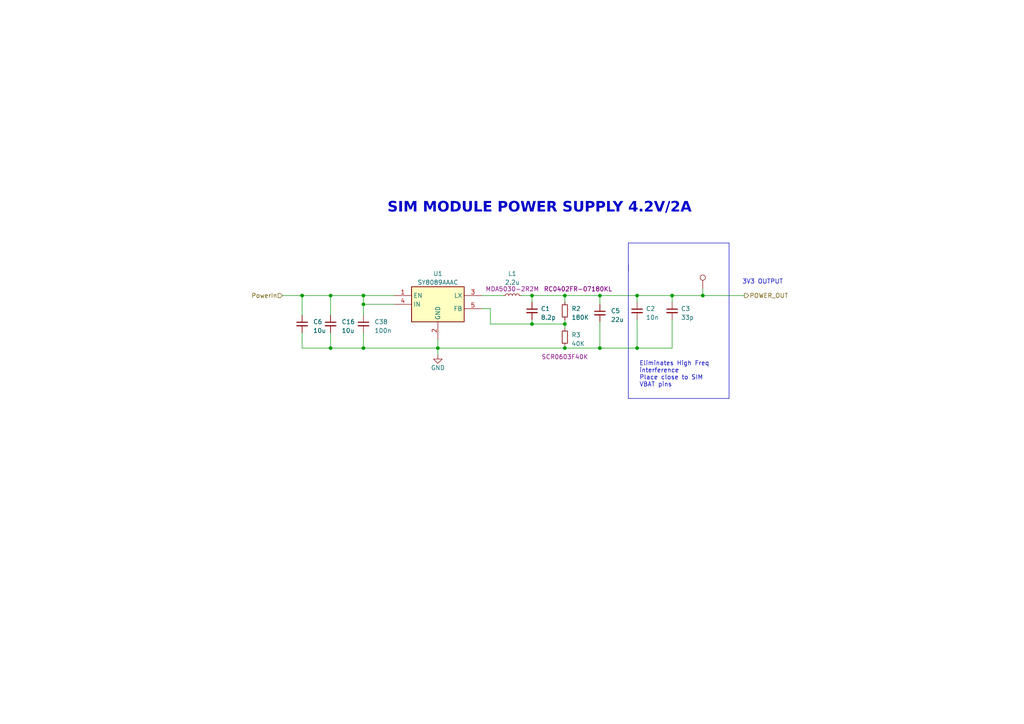
<source format=kicad_sch>
(kicad_sch (version 20230121) (generator eeschema)
  (paper "A4")
  (lib_symbols
    (symbol "Connector:TestPoint" (pin_numbers hide) (pin_names (offset 0.762) hide)
      (property "Reference" "TP" (at 0 6.858 0))
      (property "Value" "TestPoint" (at 0 5.08 0))
      (symbol "TestPoint_0_1"
        (circle (center 0 3.302) (radius 0.762))
      )
      (symbol "TestPoint_1_1"
        (pin passive line (at 0 0 90) (length 2.54) (name "1") (number "1"))
      )
    )
    (symbol "Device:C_Small" (pin_numbers hide) (pin_names (offset 0.254) hide)
      (property "Reference" "C" (at 0.254 1.778 0))
      (property "Value" "C_Small" (at 0.254 -2.032 0))
      (symbol "C_Small_0_1"
        (polyline (pts (xy -1.524 -0.508) (xy 1.524 -0.508)) (stroke (width 0.3302)))
        (polyline (pts (xy -1.524 0.508) (xy 1.524 0.508)) (stroke (width 0.3048)))
      )
      (symbol "C_Small_1_1"
        (pin passive line (at 0 2.54 270) (length 2.032) (name "~") (number "1"))
        (pin passive line (at 0 -2.54 90) (length 2.032) (name "~") (number "2"))
      )
    )
    (symbol "Device:L_Small" (pin_numbers hide) (pin_names (offset 0.254) hide)
      (property "Reference" "L" (at 0.762 1.016 0))
      (property "Value" "L_Small" (at 0.762 -1.016 0))
      (symbol "L_Small_0_1"
        (arc (start 0 -2.032) (mid 0.5058 -1.524) (end 0 -1.016))
        (arc (start 0 -1.016) (mid 0.5058 -0.508) (end 0 0))
        (arc (start 0 0) (mid 0.5058 0.508) (end 0 1.016))
        (arc (start 0 1.016) (mid 0.5058 1.524) (end 0 2.032))
      )
      (symbol "L_Small_1_1"
        (pin passive line (at 0 2.54 270) (length 0.508) (name "~") (number "1"))
        (pin passive line (at 0 -2.54 90) (length 0.508) (name "~") (number "2"))
      )
    )
    (symbol "Device:R_Small" (pin_numbers hide) (pin_names (offset 0.254) hide)
      (property "Reference" "R" (at 0.762 0.508 0))
      (property "Value" "R_Small" (at 0.762 -1.016 0))
      (symbol "R_Small_0_1"
        (rectangle (start -0.762 1.778) (end 0.762 -1.778) (stroke (width 0.2032)))
      )
      (symbol "R_Small_1_1"
        (pin passive line (at 0 2.54 270) (length 0.762) (name "~") (number "1"))
        (pin passive line (at 0 -2.54 90) (length 0.762) (name "~") (number "2"))
      )
    )
    (symbol "GCL_Integrated-Circuits:SY8089AAAC"
      (property "Reference" "U" (at 1.27 -7.62 0))
      (property "Value" "SY8089AAAC" (at -5.08 6.35 0))
      (symbol "SY8089AAAC_1_1"
        (rectangle (start -7.62 3.81) (end 7.62 -6.35) (stroke (width 0.254)) (fill (type background)))
        (pin passive line (at -12.7 1.27 0) (length 5.08) (name "EN") (number "1"))
        (pin passive line (at 0 -11.43 90) (length 5.08) (name "GND") (number "2"))
        (pin passive line (at 12.7 1.27 180) (length 5.08) (name "LX") (number "3"))
        (pin passive line (at -12.7 -1.27 0) (length 5.08) (name "IN") (number "4"))
        (pin passive line (at 12.7 -2.54 180) (length 5.08) (name "FB") (number "5"))
      )
    )
    (symbol "power:GND" (power) (pin_names (offset 0))
      (property "Value" "GND" (at 0 -3.81 0))
      (symbol "GND_0_1"
        (polyline (pts (xy 0 0) (xy 0 -1.27) (xy 1.27 -1.27) (xy 0 -2.54) (xy -1.27 -1.27) (xy 0 -1.27)))
      )
      (symbol "GND_1_1"
        (pin power_in line (at 0 0 270) (length 0) hide (name "GND") (number "1"))
      )
    )
  )
  (junction (at 105.41 85.725))
  (junction (at 163.83 85.725))
  (junction (at 154.305 93.98))
  (junction (at 154.305 85.725))
  (junction (at 87.63 85.725))
  (junction (at 194.945 85.725))
  (junction (at 105.41 100.965))
  (junction (at 95.885 100.965))
  (junction (at 173.99 100.965))
  (junction (at 184.785 100.965))
  (junction (at 184.785 85.725))
  (junction (at 105.41 88.265))
  (junction (at 203.835 85.725))
  (junction (at 127 100.965))
  (junction (at 163.83 100.965))
  (junction (at 163.83 93.98))
  (junction (at 173.99 85.725))
  (junction (at 95.885 85.725))
  (wire (pts (xy 127 100.965) (xy 127 102.87)))
  (wire (pts (xy 173.99 85.725) (xy 163.83 85.725)))
  (wire (pts (xy 105.41 88.265) (xy 114.3 88.265)))
  (wire (pts (xy 194.945 85.725) (xy 194.945 87.63)))
  (wire (pts (xy 105.41 96.52) (xy 105.41 100.965)))
  (wire (pts (xy 163.83 100.33) (xy 163.83 100.965)))
  (polyline (pts (xy 182.245 76.835) (xy 182.245 115.57)))
  (wire (pts (xy 163.83 87.63) (xy 163.83 85.725)))
  (wire (pts (xy 163.83 93.98) (xy 163.83 95.25)))
  (wire (pts (xy 184.785 92.71) (xy 184.785 100.965)))
  (wire (pts (xy 87.63 85.725) (xy 95.885 85.725)))
  (polyline (pts (xy 211.455 70.485) (xy 182.245 70.485)))
  (wire (pts (xy 81.915 85.725) (xy 87.63 85.725)))
  (wire (pts (xy 154.305 93.98) (xy 154.305 92.71)))
  (wire (pts (xy 139.7 89.535) (xy 142.24 89.535)))
  (wire (pts (xy 127 100.965) (xy 105.41 100.965)))
  (wire (pts (xy 194.945 92.71) (xy 194.945 100.965)))
  (polyline (pts (xy 211.455 115.57) (xy 211.455 70.485)))
  (wire (pts (xy 127 98.425) (xy 127 100.965)))
  (wire (pts (xy 87.63 91.44) (xy 87.63 85.725)))
  (wire (pts (xy 163.83 100.965) (xy 127 100.965)))
  (wire (pts (xy 173.99 88.265) (xy 173.99 85.725)))
  (wire (pts (xy 87.63 100.965) (xy 95.885 100.965)))
  (wire (pts (xy 95.885 100.965) (xy 105.41 100.965)))
  (wire (pts (xy 154.305 93.98) (xy 163.83 93.98)))
  (wire (pts (xy 105.41 85.725) (xy 114.3 85.725)))
  (wire (pts (xy 142.24 89.535) (xy 142.24 93.98)))
  (wire (pts (xy 173.99 100.965) (xy 184.785 100.965)))
  (wire (pts (xy 95.885 100.965) (xy 95.885 96.52)))
  (polyline (pts (xy 182.245 70.485) (xy 182.245 78.74)))
  (wire (pts (xy 151.13 85.725) (xy 154.305 85.725)))
  (wire (pts (xy 105.41 88.265) (xy 105.41 91.44)))
  (wire (pts (xy 142.24 93.98) (xy 154.305 93.98)))
  (wire (pts (xy 194.945 85.725) (xy 203.835 85.725)))
  (wire (pts (xy 184.785 85.725) (xy 194.945 85.725)))
  (wire (pts (xy 163.83 92.71) (xy 163.83 93.98)))
  (wire (pts (xy 95.885 91.44) (xy 95.885 85.725)))
  (wire (pts (xy 203.835 83.82) (xy 203.835 85.725)))
  (wire (pts (xy 87.63 100.965) (xy 87.63 96.52)))
  (wire (pts (xy 184.785 100.965) (xy 194.945 100.965)))
  (wire (pts (xy 163.83 100.965) (xy 173.99 100.965)))
  (wire (pts (xy 203.835 85.725) (xy 215.9 85.725)))
  (wire (pts (xy 105.41 85.725) (xy 105.41 88.265)))
  (wire (pts (xy 173.99 85.725) (xy 184.785 85.725)))
  (polyline (pts (xy 182.245 115.57) (xy 211.455 115.57)))
  (wire (pts (xy 95.885 85.725) (xy 105.41 85.725)))
  (wire (pts (xy 154.305 85.725) (xy 154.305 87.63)))
  (wire (pts (xy 163.83 85.725) (xy 154.305 85.725)))
  (wire (pts (xy 173.99 93.345) (xy 173.99 100.965)))
  (wire (pts (xy 184.785 85.725) (xy 184.785 87.63)))
  (wire (pts (xy 139.7 85.725) (xy 146.05 85.725)))
  (text "SIM MODULE POWER SUPPLY 4.2V/2A " (at 112.395 62.865 0) (effects (font (size 3 3) (thickness 0.6) bold) (justify left bottom)))
  (text "Eliminates High Freq\ninterference\nPlace close to SIM\nVBAT pins" (at 185.42 112.395 0) (effects (font (size 1.27 1.27)) (justify left bottom)))
  (text "3V3 OUTPUT" (at 215.265 82.55 0) (effects (font (size 1.27 1.27)) (justify left bottom)))
  (hierarchical_label "PowerIn" (shape input) (at 81.915 85.725 180))
  (hierarchical_label "POWER_OUT" (shape output) (at 215.9 85.725 0))
  (symbol (lib_id "power:GND") (at 127 102.87 0) (unit 1)
    (property "Reference" "#PWR06" (effects hide))
    (property "Value" "GND" (at 127 106.68 0))
    (instances (project "GPS_MODULE_V3.kicad_pro" (path "" (reference "#PWR06") (unit 1))) (project "proxy_obdII_logger_hardware" (path "" (reference "#PWR040") (unit 1))) (project "Weather_Station_Project" (path "" (reference "#PWR013") (unit 1))) (project "BIM_PCB" (path "" (reference "#PWR0103") (unit 1))) (project "ELIESTER_V2" (path "" (reference "#PWR0163") (unit 1))))
  )
  (symbol (lib_id "Device:C_Small") (at 87.63 93.98 0) (unit 1)
    (property "Reference" "C6" (at 90.805 93.3513 0) (effects (justify left)))
    (property "Value" "10u" (at 90.805 95.8913 0) (effects (justify left)))
    (property "Footprint" "Capacitor_SMD:C_0603_1608Metric" (effects hide))
    (instances (project "GPS_MODULE_V3.kicad_pro" (path "" (reference "C6") (unit 1))) (project "proxy_obdII_logger_hardware" (path "" (reference "C18") (unit 1))) (project "Weather_Station_Project" (path "" (reference "C18") (unit 1))) (project "BIM_PCB" (path "" (reference "C56") (unit 1))) (project "ELIESTER_V2" (path "" (reference "C79") (unit 1))))
  )
  (symbol (lib_id "Device:R_Small") (at 163.83 90.17 0) (unit 1)
    (property "Reference" "R2" (at 165.735 89.535 0) (effects (justify left)))
    (property "Value" "180K" (at 165.735 92.075 0) (effects (justify left)))
    (property "Footprint" "Resistor_SMD:R_0402_1005Metric" (effects hide))
    (property "MPN" "RC0402FR-07180KL" (at 167.64 83.82 0))
    (instances (project "GPS_MODULE_V3.kicad_pro" (path "" (reference "R2") (unit 1))) (project "proxy_obdII_logger_hardware" (path "" (reference "R20") (unit 1))) (project "Weather_Station_Project" (path "" (reference "R20") (unit 1))) (project "BIM_PCB" (path "" (reference "R70") (unit 1))) (project "ELIESTER_V2" (path "" (reference "R55") (unit 1))))
  )
  (symbol (lib_id "Device:C_Small") (at 173.99 90.805 0) (unit 1)
    (property "Reference" "C5" (at 177.165 90.1763 0) (effects (justify left)))
    (property "Value" "22u" (at 177.165 92.7163 0) (effects (justify left)))
    (property "Footprint" "Capacitor_SMD:C_0603_1608Metric" (effects hide))
    (instances (project "GPS_MODULE_V3.kicad_pro" (path "" (reference "C5") (unit 1))) (project "proxy_obdII_logger_hardware" (path "" (reference "C21") (unit 1))) (project "Weather_Station_Project" (path "" (reference "C21") (unit 1))) (project "BIM_PCB" (path "" (reference "C55") (unit 1))) (project "ELIESTER_V2" (path "" (reference "C78") (unit 1))))
  )
  (symbol (lib_id "Device:C_Small") (at 154.305 90.17 0) (unit 1)
    (property "Reference" "C1" (at 156.845 89.5413 0) (effects (justify left)))
    (property "Value" "8.2p" (at 156.845 92.0813 0) (effects (justify left)))
    (property "Footprint" "Capacitor_SMD:C_0402_1005Metric" (effects hide))
    (instances (project "GPS_MODULE_V3.kicad_pro" (path "" (reference "C1") (unit 1))) (project "proxy_obdII_logger_hardware" (path "" (reference "C20") (unit 1))) (project "Weather_Station_Project" (path "" (reference "C20") (unit 1))) (project "BIM_PCB" (path "" (reference "C47") (unit 1))) (project "ELIESTER_V2" (path "" (reference "C74") (unit 1))))
  )
  (symbol (lib_id "Device:C_Small") (at 184.785 90.17 0) (unit 1)
    (property "Reference" "C2" (at 187.325 89.5413 0) (effects (justify left)))
    (property "Value" "10n" (at 187.325 92.0813 0) (effects (justify left)))
    (property "Footprint" "Capacitor_SMD:C_0603_1608Metric" (effects hide))
    (instances (project "GPS_MODULE_V3.kicad_pro" (path "" (reference "C2") (unit 1))) (project "proxy_obdII_logger_hardware" (path "" (reference "C22") (unit 1))) (project "Weather_Station_Project" (path "" (reference "C22") (unit 1))) (project "BIM_PCB" (path "" (reference "C48") (unit 1))) (project "ELIESTER_V2" (path "" (reference "C75") (unit 1))))
  )
  (symbol (lib_id "Device:C_Small") (at 194.945 90.17 0) (unit 1)
    (property "Reference" "C3" (at 197.485 89.5413 0) (effects (justify left)))
    (property "Value" "33p" (at 197.485 92.0813 0) (effects (justify left)))
    (property "Footprint" "Capacitor_SMD:C_0603_1608Metric" (effects hide))
    (instances (project "GPS_MODULE_V3.kicad_pro" (path "" (reference "C3") (unit 1))) (project "proxy_obdII_logger_hardware" (path "" (reference "C23") (unit 1))) (project "Weather_Station_Project" (path "" (reference "C23") (unit 1))) (project "BIM_PCB" (path "" (reference "C53") (unit 1))) (project "ELIESTER_V2" (path "" (reference "C76") (unit 1))))
  )
  (symbol (lib_id "Device:C_Small") (at 105.41 93.98 0) (unit 1)
    (property "Reference" "C38" (at 108.585 93.3513 0) (effects (justify left)))
    (property "Value" "100n" (at 108.585 95.8913 0) (effects (justify left)))
    (property "Footprint" "Capacitor_SMD:C_0402_1005Metric" (effects hide))
    (instances (project "GPS_MODULE_V3.kicad_pro" (path "" (reference "C38") (unit 1))) (project "proxy_obdII_logger_hardware" (path "" (reference "C19") (unit 1))) (project "Weather_Station_Project" (path "" (reference "C19") (unit 1))) (project "BIM_PCB" (path "" (reference "C58") (unit 1))) (project "ELIESTER_V2" (path "" (reference "C80") (unit 1))))
  )
  (symbol (lib_id "Device:C_Small") (at 95.885 93.98 0) (unit 1)
    (property "Reference" "C16" (at 99.06 93.3513 0) (effects (justify left)))
    (property "Value" "10u" (at 99.06 95.8913 0) (effects (justify left)))
    (property "Footprint" "Capacitor_SMD:C_0603_1608Metric" (effects hide))
    (instances (project "GPS_MODULE_V3.kicad_pro" (path "" (reference "C16") (unit 1))) (project "proxy_obdII_logger_hardware" (path "" (reference "C18") (unit 1))) (project "Weather_Station_Project" (path "" (reference "C18") (unit 1))) (project "BIM_PCB" (path "" (reference "C57") (unit 1))) (project "ELIESTER_V2" (path "" (reference "C79") (unit 1))))
  )
  (symbol (lib_id "GCL_Integrated-Circuits:SY8089AAAC") (at 127 86.995 0) (unit 1)
    (property "Reference" "U1" (at 127 79.375 0))
    (property "Value" "SY8089AAAC" (at 127 81.915 0))
    (property "Footprint" "Package_TO_SOT_SMD:SOT-23-5" (effects hide))
    (property "Datasheet" "https://datasheet.lcsc.com/szlcsc/Silergy-Corp-SY8089AAAC_C78988.pdf" (effects hide))
    (property "Height" "1.4" (effects hide))
    (property "Manufacturer_Name" "Silergy" (effects hide))
    (property "Manufacturer_Part_Number" "SY8089AAAC" (effects hide))
    (instances (project "GPS_MODULE_V3.kicad_pro" (path "" (reference "U1") (unit 1))) (project "proxy_obdII_logger_hardware" (path "" (reference "U7") (unit 1))) (project "Weather_Station_Project" (path "" (reference "U7") (unit 1))) (project "BIM_PCB" (path "" (reference "U16") (unit 1))) (project "ELIESTER_V2" (path "" (reference "U25") (unit 1))))
  )
  (symbol (lib_id "Device:R_Small") (at 163.83 97.79 0) (unit 1)
    (property "Reference" "R3" (at 165.735 97.155 0) (effects (justify left)))
    (property "Value" "40K" (at 165.735 99.695 0) (effects (justify left)))
    (property "Footprint" "Resistor_SMD:R_0603_1608Metric" (effects hide))
    (property "MPN" "SCR0603F40K" (at 163.83 103.505 0))
    (instances (project "GPS_MODULE_V3.kicad_pro" (path "" (reference "R3") (unit 1))) (project "proxy_obdII_logger_hardware" (path "" (reference "R21") (unit 1))) (project "Weather_Station_Project" (path "" (reference "R21") (unit 1))) (project "BIM_PCB" (path "" (reference "R71") (unit 1))) (project "ELIESTER_V2" (path "" (reference "R56") (unit 1))))
  )
  (symbol (lib_id "Device:L_Small") (at 148.59 85.725 90) (unit 1)
    (property "Reference" "L1" (at 148.59 79.375 90))
    (property "Value" "2.2u" (at 148.59 81.915 90))
    (property "Footprint" "greencharge-footprints:MDA5030-100M" (effects hide))
    (property "MPN" "MDA5030-2R2M" (at 148.59 83.82 90))
    (instances (project "GPS_MODULE_V3.kicad_pro" (path "" (reference "L1") (unit 1))) (project "proxy_obdII_logger_hardware" (path "" (reference "L5") (unit 1))) (project "Weather_Station_Project" (path "" (reference "L5") (unit 1))) (project "BIM_PCB" (path "" (reference "L5") (unit 1))) (project "ELIESTER_V2" (path "" (reference "L12") (unit 1))))
  )
  (symbol (lib_id "Connector:TestPoint") (at 203.835 83.82 0) (unit 1)
    (property "Reference" "TP2" (effects hide))
    (property "Value" "TestPoint" (effects hide))
    (property "Footprint" "TestPoint:TestPoint_Pad_D1.0mm" (effects hide))
    (instances (project "farmty_v1.2" (path "" (reference "TP2") (unit 1))) (project "GPS_MODULE_V3.kicad_pro" (path "" (reference "TP2") (unit 1))) (project "proxy_obdII_logger_hardware" (path "" (reference "TP2") (unit 1)) (path "" (reference "TP3") (unit 1))) (project "Weather_Station_Project" (path "" (reference "TP2") (unit 1))) (project "BIM_PCB" (path "" (reference "TP9") (unit 1))) (project "ELIESTER_V2" (path "" (reference "TP11") (unit 1))))
  )
)
</source>
